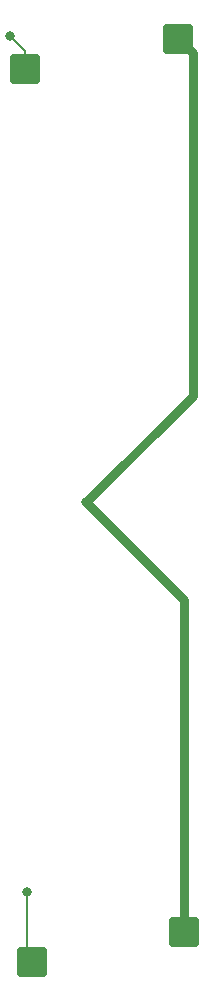
<source format=gbr>
%TF.GenerationSoftware,KiCad,Pcbnew,8.0.4*%
%TF.CreationDate,2024-07-29T14:44:41-07:00*%
%TF.ProjectId,3board_c,33626f61-7264-45f6-932e-6b696361645f,rev?*%
%TF.SameCoordinates,Original*%
%TF.FileFunction,Copper,L2,Bot*%
%TF.FilePolarity,Positive*%
%FSLAX46Y46*%
G04 Gerber Fmt 4.6, Leading zero omitted, Abs format (unit mm)*
G04 Created by KiCad (PCBNEW 8.0.4) date 2024-07-29 14:44:41*
%MOMM*%
%LPD*%
G01*
G04 APERTURE LIST*
G04 Aperture macros list*
%AMRoundRect*
0 Rectangle with rounded corners*
0 $1 Rounding radius*
0 $2 $3 $4 $5 $6 $7 $8 $9 X,Y pos of 4 corners*
0 Add a 4 corners polygon primitive as box body*
4,1,4,$2,$3,$4,$5,$6,$7,$8,$9,$2,$3,0*
0 Add four circle primitives for the rounded corners*
1,1,$1+$1,$2,$3*
1,1,$1+$1,$4,$5*
1,1,$1+$1,$6,$7*
1,1,$1+$1,$8,$9*
0 Add four rect primitives between the rounded corners*
20,1,$1+$1,$2,$3,$4,$5,0*
20,1,$1+$1,$4,$5,$6,$7,0*
20,1,$1+$1,$6,$7,$8,$9,0*
20,1,$1+$1,$8,$9,$2,$3,0*%
G04 Aperture macros list end*
%TA.AperFunction,SMDPad,CuDef*%
%ADD10RoundRect,0.250000X-1.025000X-1.000000X1.025000X-1.000000X1.025000X1.000000X-1.025000X1.000000X0*%
%TD*%
%TA.AperFunction,ViaPad*%
%ADD11C,0.800000*%
%TD*%
%TA.AperFunction,Conductor*%
%ADD12C,0.800000*%
%TD*%
%TA.AperFunction,Conductor*%
%ADD13C,0.150000*%
%TD*%
G04 APERTURE END LIST*
D10*
%TO.P,SW12_THROW,1,1*%
%TO.N,/Buttons/L3*%
X140830906Y-27314124D03*
%TO.P,SW12_THROW,2,2*%
%TO.N,GND*%
X153757906Y-24774124D03*
%TD*%
%TO.P,SW16_SPACE,1,1*%
%TO.N,/Buttons/SPACE*%
X141355000Y-102970000D03*
%TO.P,SW16_SPACE,2,2*%
%TO.N,GND*%
X154282000Y-100430000D03*
%TD*%
D11*
%TO.N,GND*%
X146000000Y-64000000D03*
%TO.N,/Buttons/L3*%
X139500000Y-24500000D03*
%TO.N,/Buttons/SPACE*%
X141000000Y-97000000D03*
%TD*%
D12*
%TO.N,GND*%
X154282000Y-100430000D02*
X154282000Y-72282000D01*
X146000000Y-64000000D02*
X155000000Y-55000000D01*
X154282000Y-72282000D02*
X146000000Y-64000000D01*
X155000000Y-55000000D02*
X155000000Y-26016218D01*
X155000000Y-26016218D02*
X153757906Y-24774124D01*
D13*
%TO.N,/Buttons/L3*%
X140830906Y-25830906D02*
X139500000Y-24500000D01*
X140830906Y-27314124D02*
X140830906Y-25830906D01*
%TO.N,/Buttons/SPACE*%
X141000000Y-97000000D02*
X141000000Y-102615000D01*
X141000000Y-102615000D02*
X141355000Y-102970000D01*
%TD*%
M02*

</source>
